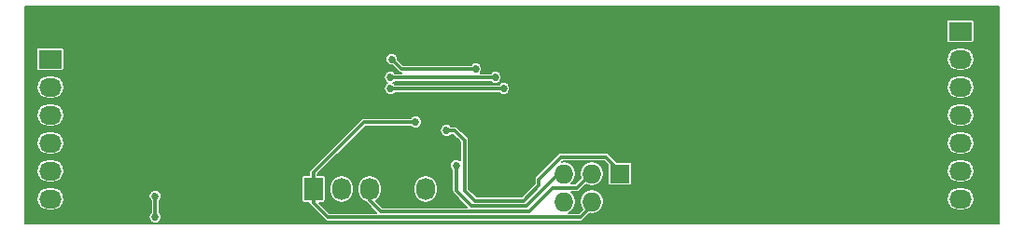
<source format=gbl>
G04 #@! TF.FileFunction,Copper,L2,Bot,Signal*
%FSLAX46Y46*%
G04 Gerber Fmt 4.6, Leading zero omitted, Abs format (unit mm)*
G04 Created by KiCad (PCBNEW no-vcs-found-product) date Fri 24 Jul 2015 19:01:22 CEST*
%MOMM*%
G01*
G04 APERTURE LIST*
%ADD10C,0.100000*%
%ADD11R,2.032000X1.727200*%
%ADD12O,2.032000X1.727200*%
%ADD13R,1.727200X1.727200*%
%ADD14O,1.727200X1.727200*%
%ADD15R,1.727200X2.032000*%
%ADD16O,1.727200X2.032000*%
%ADD17C,0.685800*%
%ADD18C,0.304800*%
%ADD19C,0.152400*%
G04 APERTURE END LIST*
D10*
D11*
X119380000Y-83820000D03*
D12*
X119380000Y-86360000D03*
X119380000Y-88900000D03*
X119380000Y-91440000D03*
X119380000Y-93980000D03*
X119380000Y-96520000D03*
D11*
X201930000Y-81280000D03*
D12*
X201930000Y-83820000D03*
X201930000Y-86360000D03*
X201930000Y-88900000D03*
X201930000Y-91440000D03*
X201930000Y-93980000D03*
X201930000Y-96520000D03*
D13*
X171069000Y-94234000D03*
D14*
X171069000Y-96774000D03*
X168529000Y-94234000D03*
X168529000Y-96774000D03*
X165989000Y-94234000D03*
X165989000Y-96774000D03*
D15*
X143256000Y-95631000D03*
D16*
X145796000Y-95631000D03*
X148336000Y-95631000D03*
X150876000Y-95631000D03*
X153416000Y-95631000D03*
D17*
X164846000Y-80899000D03*
X175768000Y-88646000D03*
X173228000Y-82042000D03*
X147447000Y-92456000D03*
X141097000Y-82042000D03*
X128905000Y-96266000D03*
X128905000Y-98171000D03*
X156210000Y-93472000D03*
X152527000Y-89535000D03*
X155321000Y-90297000D03*
X157988000Y-84709000D03*
X150368000Y-83820000D03*
X159766000Y-85471000D03*
X150241000Y-85471000D03*
X160528000Y-86487000D03*
X150241000Y-86487000D03*
D18*
X128905000Y-96266000D02*
X128905000Y-98171000D01*
X165989000Y-94234000D02*
X165481000Y-94234000D01*
X165481000Y-94234000D02*
X162560000Y-97155000D01*
X162560000Y-97155000D02*
X157607000Y-97155000D01*
X157607000Y-97155000D02*
X156210000Y-95758000D01*
X156210000Y-95758000D02*
X156210000Y-93472000D01*
X168529000Y-96774000D02*
X168529000Y-97155000D01*
X168529000Y-97155000D02*
X167513000Y-98171000D01*
X167513000Y-98171000D02*
X144526000Y-98171000D01*
X144526000Y-98171000D02*
X143256000Y-96901000D01*
X143256000Y-96901000D02*
X143256000Y-95631000D01*
X143256000Y-95631000D02*
X143256000Y-94107000D01*
X147828000Y-89535000D02*
X152527000Y-89535000D01*
X143256000Y-94107000D02*
X147828000Y-89535000D01*
X143256000Y-95631000D02*
X143256000Y-94996000D01*
X168529000Y-94234000D02*
X168402000Y-94234000D01*
X168402000Y-94234000D02*
X167132000Y-95504000D01*
X167132000Y-95504000D02*
X164973000Y-95504000D01*
X164973000Y-95504000D02*
X162814000Y-97663000D01*
X162814000Y-97663000D02*
X149352000Y-97663000D01*
X149352000Y-97663000D02*
X148336000Y-96647000D01*
X148336000Y-96647000D02*
X148336000Y-95631000D01*
X171069000Y-94234000D02*
X171069000Y-93980000D01*
X171069000Y-93980000D02*
X169799000Y-92710000D01*
X169799000Y-92710000D02*
X165735000Y-92710000D01*
X165735000Y-92710000D02*
X163703000Y-94742000D01*
X163703000Y-94742000D02*
X163703000Y-95300798D01*
X163703000Y-95300798D02*
X162306000Y-96697798D01*
X162306000Y-96697798D02*
X157911798Y-96697798D01*
X157911798Y-96697798D02*
X156972000Y-95758000D01*
X156972000Y-95758000D02*
X156972000Y-91186000D01*
X156972000Y-91186000D02*
X156083000Y-90297000D01*
X156083000Y-90297000D02*
X155321000Y-90297000D01*
X151257000Y-84709000D02*
X157988000Y-84709000D01*
X150368000Y-83820000D02*
X151257000Y-84709000D01*
X150241000Y-85471000D02*
X159766000Y-85471000D01*
X150241000Y-86487000D02*
X160528000Y-86487000D01*
D19*
G36*
X205461400Y-98781400D02*
X117118600Y-98781400D01*
X117118600Y-96520000D01*
X118111017Y-96520000D01*
X118194156Y-96937967D01*
X118430915Y-97292302D01*
X118785250Y-97529061D01*
X119203217Y-97612200D01*
X119556783Y-97612200D01*
X119974750Y-97529061D01*
X120329085Y-97292302D01*
X120565844Y-96937967D01*
X120648983Y-96520000D01*
X120620973Y-96379180D01*
X128333401Y-96379180D01*
X128420224Y-96589306D01*
X128524000Y-96693263D01*
X128524000Y-97743818D01*
X128420789Y-97846849D01*
X128333600Y-98056823D01*
X128333401Y-98284180D01*
X128420224Y-98494306D01*
X128580849Y-98655211D01*
X128790823Y-98742400D01*
X129018180Y-98742599D01*
X129228306Y-98655776D01*
X129389211Y-98495151D01*
X129476400Y-98285177D01*
X129476599Y-98057820D01*
X129389776Y-97847694D01*
X129286000Y-97743737D01*
X129286000Y-96693182D01*
X129389211Y-96590151D01*
X129476400Y-96380177D01*
X129476599Y-96152820D01*
X129389776Y-95942694D01*
X129229151Y-95781789D01*
X129019177Y-95694600D01*
X128791820Y-95694401D01*
X128581694Y-95781224D01*
X128420789Y-95941849D01*
X128333600Y-96151823D01*
X128333401Y-96379180D01*
X120620973Y-96379180D01*
X120565844Y-96102033D01*
X120329085Y-95747698D01*
X119974750Y-95510939D01*
X119556783Y-95427800D01*
X119203217Y-95427800D01*
X118785250Y-95510939D01*
X118430915Y-95747698D01*
X118194156Y-96102033D01*
X118111017Y-96520000D01*
X117118600Y-96520000D01*
X117118600Y-93980000D01*
X118111017Y-93980000D01*
X118194156Y-94397967D01*
X118430915Y-94752302D01*
X118785250Y-94989061D01*
X119203217Y-95072200D01*
X119556783Y-95072200D01*
X119974750Y-94989061D01*
X120329085Y-94752302D01*
X120420827Y-94615000D01*
X142159321Y-94615000D01*
X142159321Y-96647000D01*
X142176233Y-96734164D01*
X142226558Y-96810774D01*
X142302529Y-96862056D01*
X142392400Y-96880079D01*
X142875000Y-96880079D01*
X142875000Y-96901000D01*
X142904002Y-97046803D01*
X142986592Y-97170408D01*
X144256592Y-98440408D01*
X144380197Y-98522998D01*
X144526000Y-98552000D01*
X167513000Y-98552000D01*
X167658803Y-98522998D01*
X167782408Y-98440408D01*
X168367369Y-97855447D01*
X168529000Y-97887597D01*
X168946967Y-97804458D01*
X169301302Y-97567699D01*
X169538061Y-97213364D01*
X169621200Y-96795397D01*
X169621200Y-96752603D01*
X169574933Y-96520000D01*
X200661017Y-96520000D01*
X200744156Y-96937967D01*
X200980915Y-97292302D01*
X201335250Y-97529061D01*
X201753217Y-97612200D01*
X202106783Y-97612200D01*
X202524750Y-97529061D01*
X202879085Y-97292302D01*
X203115844Y-96937967D01*
X203198983Y-96520000D01*
X203115844Y-96102033D01*
X202879085Y-95747698D01*
X202524750Y-95510939D01*
X202106783Y-95427800D01*
X201753217Y-95427800D01*
X201335250Y-95510939D01*
X200980915Y-95747698D01*
X200744156Y-96102033D01*
X200661017Y-96520000D01*
X169574933Y-96520000D01*
X169538061Y-96334636D01*
X169301302Y-95980301D01*
X168946967Y-95743542D01*
X168529000Y-95660403D01*
X168111033Y-95743542D01*
X167756698Y-95980301D01*
X167519939Y-96334636D01*
X167436800Y-96752603D01*
X167436800Y-96795397D01*
X167519939Y-97213364D01*
X167684915Y-97460269D01*
X167355184Y-97790000D01*
X166428605Y-97790000D01*
X166761302Y-97567699D01*
X166998061Y-97213364D01*
X167081200Y-96795397D01*
X167081200Y-96752603D01*
X166998061Y-96334636D01*
X166761302Y-95980301D01*
X166618674Y-95885000D01*
X167132000Y-95885000D01*
X167277803Y-95855998D01*
X167401408Y-95773408D01*
X167990737Y-95184079D01*
X168111033Y-95264458D01*
X168529000Y-95347597D01*
X168946967Y-95264458D01*
X169301302Y-95027699D01*
X169538061Y-94673364D01*
X169621200Y-94255397D01*
X169621200Y-94212603D01*
X169538061Y-93794636D01*
X169301302Y-93440301D01*
X168946967Y-93203542D01*
X168529000Y-93120403D01*
X168111033Y-93203542D01*
X167756698Y-93440301D01*
X167519939Y-93794636D01*
X167436800Y-94212603D01*
X167436800Y-94255397D01*
X167503992Y-94593192D01*
X166974184Y-95123000D01*
X166618674Y-95123000D01*
X166761302Y-95027699D01*
X166998061Y-94673364D01*
X167081200Y-94255397D01*
X167081200Y-94212603D01*
X166998061Y-93794636D01*
X166761302Y-93440301D01*
X166406967Y-93203542D01*
X165989000Y-93120403D01*
X165832229Y-93151587D01*
X165892816Y-93091000D01*
X169641184Y-93091000D01*
X169972321Y-93422137D01*
X169972321Y-95097600D01*
X169989233Y-95184764D01*
X170039558Y-95261374D01*
X170115529Y-95312656D01*
X170205400Y-95330679D01*
X171932600Y-95330679D01*
X172019764Y-95313767D01*
X172096374Y-95263442D01*
X172147656Y-95187471D01*
X172165679Y-95097600D01*
X172165679Y-93980000D01*
X200661017Y-93980000D01*
X200744156Y-94397967D01*
X200980915Y-94752302D01*
X201335250Y-94989061D01*
X201753217Y-95072200D01*
X202106783Y-95072200D01*
X202524750Y-94989061D01*
X202879085Y-94752302D01*
X203115844Y-94397967D01*
X203198983Y-93980000D01*
X203115844Y-93562033D01*
X202879085Y-93207698D01*
X202524750Y-92970939D01*
X202106783Y-92887800D01*
X201753217Y-92887800D01*
X201335250Y-92970939D01*
X200980915Y-93207698D01*
X200744156Y-93562033D01*
X200661017Y-93980000D01*
X172165679Y-93980000D01*
X172165679Y-93370400D01*
X172148767Y-93283236D01*
X172098442Y-93206626D01*
X172022471Y-93155344D01*
X171932600Y-93137321D01*
X170765137Y-93137321D01*
X170068408Y-92440592D01*
X169944803Y-92358002D01*
X169799000Y-92329000D01*
X165735000Y-92329000D01*
X165589197Y-92358002D01*
X165465592Y-92440592D01*
X163433592Y-94472592D01*
X163351002Y-94596197D01*
X163351002Y-94596198D01*
X163322000Y-94742000D01*
X163322000Y-95142983D01*
X162148184Y-96316798D01*
X158069614Y-96316798D01*
X157353000Y-95600184D01*
X157353000Y-91440000D01*
X200661017Y-91440000D01*
X200744156Y-91857967D01*
X200980915Y-92212302D01*
X201335250Y-92449061D01*
X201753217Y-92532200D01*
X202106783Y-92532200D01*
X202524750Y-92449061D01*
X202879085Y-92212302D01*
X203115844Y-91857967D01*
X203198983Y-91440000D01*
X203115844Y-91022033D01*
X202879085Y-90667698D01*
X202524750Y-90430939D01*
X202106783Y-90347800D01*
X201753217Y-90347800D01*
X201335250Y-90430939D01*
X200980915Y-90667698D01*
X200744156Y-91022033D01*
X200661017Y-91440000D01*
X157353000Y-91440000D01*
X157353000Y-91186005D01*
X157353001Y-91186000D01*
X157323998Y-91040198D01*
X157241408Y-90916592D01*
X156352408Y-90027592D01*
X156228803Y-89945002D01*
X156083000Y-89916000D01*
X155748182Y-89916000D01*
X155645151Y-89812789D01*
X155435177Y-89725600D01*
X155207820Y-89725401D01*
X154997694Y-89812224D01*
X154836789Y-89972849D01*
X154749600Y-90182823D01*
X154749401Y-90410180D01*
X154836224Y-90620306D01*
X154996849Y-90781211D01*
X155206823Y-90868400D01*
X155434180Y-90868599D01*
X155644306Y-90781776D01*
X155748263Y-90678000D01*
X155925184Y-90678000D01*
X156591000Y-91343816D01*
X156591000Y-93044737D01*
X156534151Y-92987789D01*
X156324177Y-92900600D01*
X156096820Y-92900401D01*
X155886694Y-92987224D01*
X155725789Y-93147849D01*
X155638600Y-93357823D01*
X155638401Y-93585180D01*
X155725224Y-93795306D01*
X155829000Y-93899263D01*
X155829000Y-95758000D01*
X155858002Y-95903803D01*
X155940592Y-96027408D01*
X157195185Y-97282000D01*
X149509816Y-97282000D01*
X148928225Y-96700409D01*
X149108302Y-96580085D01*
X149345061Y-96225750D01*
X149428200Y-95807783D01*
X149428200Y-95454217D01*
X152323800Y-95454217D01*
X152323800Y-95807783D01*
X152406939Y-96225750D01*
X152643698Y-96580085D01*
X152998033Y-96816844D01*
X153416000Y-96899983D01*
X153833967Y-96816844D01*
X154188302Y-96580085D01*
X154425061Y-96225750D01*
X154508200Y-95807783D01*
X154508200Y-95454217D01*
X154425061Y-95036250D01*
X154188302Y-94681915D01*
X153833967Y-94445156D01*
X153416000Y-94362017D01*
X152998033Y-94445156D01*
X152643698Y-94681915D01*
X152406939Y-95036250D01*
X152323800Y-95454217D01*
X149428200Y-95454217D01*
X149428200Y-95454217D01*
X149345061Y-95036250D01*
X149108302Y-94681915D01*
X148753967Y-94445156D01*
X148336000Y-94362017D01*
X147918033Y-94445156D01*
X147563698Y-94681915D01*
X147326939Y-95036250D01*
X147243800Y-95454217D01*
X147243800Y-95807783D01*
X147326939Y-96225750D01*
X147563698Y-96580085D01*
X147918033Y-96816844D01*
X148012640Y-96835662D01*
X148066592Y-96916408D01*
X148940184Y-97790000D01*
X144683816Y-97790000D01*
X143773895Y-96880079D01*
X144119600Y-96880079D01*
X144206764Y-96863167D01*
X144283374Y-96812842D01*
X144334656Y-96736871D01*
X144352679Y-96647000D01*
X144352679Y-95454217D01*
X144703800Y-95454217D01*
X144703800Y-95807783D01*
X144786939Y-96225750D01*
X145023698Y-96580085D01*
X145378033Y-96816844D01*
X145796000Y-96899983D01*
X146213967Y-96816844D01*
X146568302Y-96580085D01*
X146805061Y-96225750D01*
X146888200Y-95807783D01*
X146888200Y-95454217D01*
X146805061Y-95036250D01*
X146568302Y-94681915D01*
X146213967Y-94445156D01*
X145796000Y-94362017D01*
X145378033Y-94445156D01*
X145023698Y-94681915D01*
X144786939Y-95036250D01*
X144703800Y-95454217D01*
X144352679Y-95454217D01*
X144352679Y-94615000D01*
X144335767Y-94527836D01*
X144285442Y-94451226D01*
X144209471Y-94399944D01*
X144119600Y-94381921D01*
X143637000Y-94381921D01*
X143637000Y-94264816D01*
X147985815Y-89916000D01*
X152099818Y-89916000D01*
X152202849Y-90019211D01*
X152412823Y-90106400D01*
X152640180Y-90106599D01*
X152850306Y-90019776D01*
X153011211Y-89859151D01*
X153098400Y-89649177D01*
X153098599Y-89421820D01*
X153011776Y-89211694D01*
X152851151Y-89050789D01*
X152641177Y-88963600D01*
X152413820Y-88963401D01*
X152203694Y-89050224D01*
X152099737Y-89154000D01*
X147828000Y-89154000D01*
X147682198Y-89183002D01*
X147558592Y-89265592D01*
X147558590Y-89265595D01*
X142986592Y-93837592D01*
X142904002Y-93961197D01*
X142904002Y-93961198D01*
X142875000Y-94107000D01*
X142875000Y-94381921D01*
X142392400Y-94381921D01*
X142305236Y-94398833D01*
X142228626Y-94449158D01*
X142177344Y-94525129D01*
X142159321Y-94615000D01*
X120420827Y-94615000D01*
X120565844Y-94397967D01*
X120648983Y-93980000D01*
X120565844Y-93562033D01*
X120329085Y-93207698D01*
X119974750Y-92970939D01*
X119556783Y-92887800D01*
X119203217Y-92887800D01*
X118785250Y-92970939D01*
X118430915Y-93207698D01*
X118194156Y-93562033D01*
X118111017Y-93980000D01*
X117118600Y-93980000D01*
X117118600Y-91440000D01*
X118111017Y-91440000D01*
X118194156Y-91857967D01*
X118430915Y-92212302D01*
X118785250Y-92449061D01*
X119203217Y-92532200D01*
X119556783Y-92532200D01*
X119974750Y-92449061D01*
X120329085Y-92212302D01*
X120565844Y-91857967D01*
X120648983Y-91440000D01*
X120565844Y-91022033D01*
X120329085Y-90667698D01*
X119974750Y-90430939D01*
X119556783Y-90347800D01*
X119203217Y-90347800D01*
X118785250Y-90430939D01*
X118430915Y-90667698D01*
X118194156Y-91022033D01*
X118111017Y-91440000D01*
X117118600Y-91440000D01*
X117118600Y-88900000D01*
X118111017Y-88900000D01*
X118194156Y-89317967D01*
X118430915Y-89672302D01*
X118785250Y-89909061D01*
X119203217Y-89992200D01*
X119556783Y-89992200D01*
X119974750Y-89909061D01*
X120329085Y-89672302D01*
X120565844Y-89317967D01*
X120648983Y-88900000D01*
X200661017Y-88900000D01*
X200744156Y-89317967D01*
X200980915Y-89672302D01*
X201335250Y-89909061D01*
X201753217Y-89992200D01*
X202106783Y-89992200D01*
X202524750Y-89909061D01*
X202879085Y-89672302D01*
X203115844Y-89317967D01*
X203198983Y-88900000D01*
X203115844Y-88482033D01*
X202879085Y-88127698D01*
X202524750Y-87890939D01*
X202106783Y-87807800D01*
X201753217Y-87807800D01*
X201335250Y-87890939D01*
X200980915Y-88127698D01*
X200744156Y-88482033D01*
X200661017Y-88900000D01*
X120648983Y-88900000D01*
X120648983Y-88900000D01*
X120565844Y-88482033D01*
X120329085Y-88127698D01*
X119974750Y-87890939D01*
X119556783Y-87807800D01*
X119203217Y-87807800D01*
X118785250Y-87890939D01*
X118430915Y-88127698D01*
X118194156Y-88482033D01*
X118111017Y-88900000D01*
X117118600Y-88900000D01*
X117118600Y-86360000D01*
X118111017Y-86360000D01*
X118194156Y-86777967D01*
X118430915Y-87132302D01*
X118785250Y-87369061D01*
X119203217Y-87452200D01*
X119556783Y-87452200D01*
X119974750Y-87369061D01*
X120329085Y-87132302D01*
X120565844Y-86777967D01*
X120648983Y-86360000D01*
X120565844Y-85942033D01*
X120329085Y-85587698D01*
X120323820Y-85584180D01*
X149669401Y-85584180D01*
X149756224Y-85794306D01*
X149916849Y-85955211D01*
X149974020Y-85978950D01*
X149917694Y-86002224D01*
X149756789Y-86162849D01*
X149669600Y-86372823D01*
X149669401Y-86600180D01*
X149756224Y-86810306D01*
X149916849Y-86971211D01*
X150126823Y-87058400D01*
X150354180Y-87058599D01*
X150564306Y-86971776D01*
X150668263Y-86868000D01*
X160100818Y-86868000D01*
X160203849Y-86971211D01*
X160413823Y-87058400D01*
X160641180Y-87058599D01*
X160851306Y-86971776D01*
X161012211Y-86811151D01*
X161099400Y-86601177D01*
X161099599Y-86373820D01*
X161093889Y-86360000D01*
X200661017Y-86360000D01*
X200744156Y-86777967D01*
X200980915Y-87132302D01*
X201335250Y-87369061D01*
X201753217Y-87452200D01*
X202106783Y-87452200D01*
X202524750Y-87369061D01*
X202879085Y-87132302D01*
X203115844Y-86777967D01*
X203198983Y-86360000D01*
X203115844Y-85942033D01*
X202879085Y-85587698D01*
X202524750Y-85350939D01*
X202106783Y-85267800D01*
X201753217Y-85267800D01*
X201335250Y-85350939D01*
X200980915Y-85587698D01*
X200744156Y-85942033D01*
X200661017Y-86360000D01*
X161093889Y-86360000D01*
X161012776Y-86163694D01*
X160852151Y-86002789D01*
X160642177Y-85915600D01*
X160414820Y-85915401D01*
X160204694Y-86002224D01*
X160100737Y-86106000D01*
X150668182Y-86106000D01*
X150565151Y-86002789D01*
X150507980Y-85979050D01*
X150564306Y-85955776D01*
X150668263Y-85852000D01*
X159338818Y-85852000D01*
X159441849Y-85955211D01*
X159651823Y-86042400D01*
X159879180Y-86042599D01*
X160089306Y-85955776D01*
X160250211Y-85795151D01*
X160337400Y-85585177D01*
X160337599Y-85357820D01*
X160250776Y-85147694D01*
X160090151Y-84986789D01*
X159880177Y-84899600D01*
X159652820Y-84899401D01*
X159442694Y-84986224D01*
X159338737Y-85090000D01*
X158415263Y-85090000D01*
X158472211Y-85033151D01*
X158559400Y-84823177D01*
X158559599Y-84595820D01*
X158472776Y-84385694D01*
X158312151Y-84224789D01*
X158102177Y-84137600D01*
X157874820Y-84137401D01*
X157664694Y-84224224D01*
X157560737Y-84328000D01*
X151414816Y-84328000D01*
X150939471Y-83852655D01*
X150939499Y-83820000D01*
X200661017Y-83820000D01*
X200744156Y-84237967D01*
X200980915Y-84592302D01*
X201335250Y-84829061D01*
X201753217Y-84912200D01*
X202106783Y-84912200D01*
X202524750Y-84829061D01*
X202879085Y-84592302D01*
X203115844Y-84237967D01*
X203198983Y-83820000D01*
X203115844Y-83402033D01*
X202879085Y-83047698D01*
X202524750Y-82810939D01*
X202106783Y-82727800D01*
X201753217Y-82727800D01*
X201335250Y-82810939D01*
X200980915Y-83047698D01*
X200744156Y-83402033D01*
X200661017Y-83820000D01*
X150939499Y-83820000D01*
X150939599Y-83706820D01*
X150852776Y-83496694D01*
X150692151Y-83335789D01*
X150482177Y-83248600D01*
X150254820Y-83248401D01*
X150044694Y-83335224D01*
X149883789Y-83495849D01*
X149796600Y-83705823D01*
X149796401Y-83933180D01*
X149883224Y-84143306D01*
X150043849Y-84304211D01*
X150253823Y-84391400D01*
X150400713Y-84391529D01*
X150987592Y-84978408D01*
X151111198Y-85060998D01*
X151256995Y-85090000D01*
X150668182Y-85090000D01*
X150565151Y-84986789D01*
X150355177Y-84899600D01*
X150127820Y-84899401D01*
X149917694Y-84986224D01*
X149756789Y-85146849D01*
X149669600Y-85356823D01*
X149669401Y-85584180D01*
X120323820Y-85584180D01*
X119974750Y-85350939D01*
X119556783Y-85267800D01*
X119203217Y-85267800D01*
X118785250Y-85350939D01*
X118430915Y-85587698D01*
X118194156Y-85942033D01*
X118111017Y-86360000D01*
X117118600Y-86360000D01*
X117118600Y-82956400D01*
X118130921Y-82956400D01*
X118130921Y-84683600D01*
X118147833Y-84770764D01*
X118198158Y-84847374D01*
X118274129Y-84898656D01*
X118364000Y-84916679D01*
X120396000Y-84916679D01*
X120483164Y-84899767D01*
X120559774Y-84849442D01*
X120611056Y-84773471D01*
X120629079Y-84683600D01*
X120629079Y-82956400D01*
X120612167Y-82869236D01*
X120561842Y-82792626D01*
X120485871Y-82741344D01*
X120396000Y-82723321D01*
X118364000Y-82723321D01*
X118276836Y-82740233D01*
X118200226Y-82790558D01*
X118148944Y-82866529D01*
X118130921Y-82956400D01*
X117118600Y-82956400D01*
X117118600Y-80416400D01*
X200680921Y-80416400D01*
X200680921Y-82143600D01*
X200697833Y-82230764D01*
X200748158Y-82307374D01*
X200824129Y-82358656D01*
X200914000Y-82376679D01*
X202946000Y-82376679D01*
X203033164Y-82359767D01*
X203109774Y-82309442D01*
X203161056Y-82233471D01*
X203179079Y-82143600D01*
X203179079Y-80416400D01*
X203162167Y-80329236D01*
X203111842Y-80252626D01*
X203035871Y-80201344D01*
X202946000Y-80183321D01*
X200914000Y-80183321D01*
X200826836Y-80200233D01*
X200750226Y-80250558D01*
X200698944Y-80326529D01*
X200680921Y-80416400D01*
X117118600Y-80416400D01*
X117118600Y-79018600D01*
X205461400Y-79018600D01*
X205461400Y-98781400D01*
X205461400Y-98781400D01*
G37*
X205461400Y-98781400D02*
X117118600Y-98781400D01*
X117118600Y-96520000D01*
X118111017Y-96520000D01*
X118194156Y-96937967D01*
X118430915Y-97292302D01*
X118785250Y-97529061D01*
X119203217Y-97612200D01*
X119556783Y-97612200D01*
X119974750Y-97529061D01*
X120329085Y-97292302D01*
X120565844Y-96937967D01*
X120648983Y-96520000D01*
X120620973Y-96379180D01*
X128333401Y-96379180D01*
X128420224Y-96589306D01*
X128524000Y-96693263D01*
X128524000Y-97743818D01*
X128420789Y-97846849D01*
X128333600Y-98056823D01*
X128333401Y-98284180D01*
X128420224Y-98494306D01*
X128580849Y-98655211D01*
X128790823Y-98742400D01*
X129018180Y-98742599D01*
X129228306Y-98655776D01*
X129389211Y-98495151D01*
X129476400Y-98285177D01*
X129476599Y-98057820D01*
X129389776Y-97847694D01*
X129286000Y-97743737D01*
X129286000Y-96693182D01*
X129389211Y-96590151D01*
X129476400Y-96380177D01*
X129476599Y-96152820D01*
X129389776Y-95942694D01*
X129229151Y-95781789D01*
X129019177Y-95694600D01*
X128791820Y-95694401D01*
X128581694Y-95781224D01*
X128420789Y-95941849D01*
X128333600Y-96151823D01*
X128333401Y-96379180D01*
X120620973Y-96379180D01*
X120565844Y-96102033D01*
X120329085Y-95747698D01*
X119974750Y-95510939D01*
X119556783Y-95427800D01*
X119203217Y-95427800D01*
X118785250Y-95510939D01*
X118430915Y-95747698D01*
X118194156Y-96102033D01*
X118111017Y-96520000D01*
X117118600Y-96520000D01*
X117118600Y-93980000D01*
X118111017Y-93980000D01*
X118194156Y-94397967D01*
X118430915Y-94752302D01*
X118785250Y-94989061D01*
X119203217Y-95072200D01*
X119556783Y-95072200D01*
X119974750Y-94989061D01*
X120329085Y-94752302D01*
X120420827Y-94615000D01*
X142159321Y-94615000D01*
X142159321Y-96647000D01*
X142176233Y-96734164D01*
X142226558Y-96810774D01*
X142302529Y-96862056D01*
X142392400Y-96880079D01*
X142875000Y-96880079D01*
X142875000Y-96901000D01*
X142904002Y-97046803D01*
X142986592Y-97170408D01*
X144256592Y-98440408D01*
X144380197Y-98522998D01*
X144526000Y-98552000D01*
X167513000Y-98552000D01*
X167658803Y-98522998D01*
X167782408Y-98440408D01*
X168367369Y-97855447D01*
X168529000Y-97887597D01*
X168946967Y-97804458D01*
X169301302Y-97567699D01*
X169538061Y-97213364D01*
X169621200Y-96795397D01*
X169621200Y-96752603D01*
X169574933Y-96520000D01*
X200661017Y-96520000D01*
X200744156Y-96937967D01*
X200980915Y-97292302D01*
X201335250Y-97529061D01*
X201753217Y-97612200D01*
X202106783Y-97612200D01*
X202524750Y-97529061D01*
X202879085Y-97292302D01*
X203115844Y-96937967D01*
X203198983Y-96520000D01*
X203115844Y-96102033D01*
X202879085Y-95747698D01*
X202524750Y-95510939D01*
X202106783Y-95427800D01*
X201753217Y-95427800D01*
X201335250Y-95510939D01*
X200980915Y-95747698D01*
X200744156Y-96102033D01*
X200661017Y-96520000D01*
X169574933Y-96520000D01*
X169538061Y-96334636D01*
X169301302Y-95980301D01*
X168946967Y-95743542D01*
X168529000Y-95660403D01*
X168111033Y-95743542D01*
X167756698Y-95980301D01*
X167519939Y-96334636D01*
X167436800Y-96752603D01*
X167436800Y-96795397D01*
X167519939Y-97213364D01*
X167684915Y-97460269D01*
X167355184Y-97790000D01*
X166428605Y-97790000D01*
X166761302Y-97567699D01*
X166998061Y-97213364D01*
X167081200Y-96795397D01*
X167081200Y-96752603D01*
X166998061Y-96334636D01*
X166761302Y-95980301D01*
X166618674Y-95885000D01*
X167132000Y-95885000D01*
X167277803Y-95855998D01*
X167401408Y-95773408D01*
X167990737Y-95184079D01*
X168111033Y-95264458D01*
X168529000Y-95347597D01*
X168946967Y-95264458D01*
X169301302Y-95027699D01*
X169538061Y-94673364D01*
X169621200Y-94255397D01*
X169621200Y-94212603D01*
X169538061Y-93794636D01*
X169301302Y-93440301D01*
X168946967Y-93203542D01*
X168529000Y-93120403D01*
X168111033Y-93203542D01*
X167756698Y-93440301D01*
X167519939Y-93794636D01*
X167436800Y-94212603D01*
X167436800Y-94255397D01*
X167503992Y-94593192D01*
X166974184Y-95123000D01*
X166618674Y-95123000D01*
X166761302Y-95027699D01*
X166998061Y-94673364D01*
X167081200Y-94255397D01*
X167081200Y-94212603D01*
X166998061Y-93794636D01*
X166761302Y-93440301D01*
X166406967Y-93203542D01*
X165989000Y-93120403D01*
X165832229Y-93151587D01*
X165892816Y-93091000D01*
X169641184Y-93091000D01*
X169972321Y-93422137D01*
X169972321Y-95097600D01*
X169989233Y-95184764D01*
X170039558Y-95261374D01*
X170115529Y-95312656D01*
X170205400Y-95330679D01*
X171932600Y-95330679D01*
X172019764Y-95313767D01*
X172096374Y-95263442D01*
X172147656Y-95187471D01*
X172165679Y-95097600D01*
X172165679Y-93980000D01*
X200661017Y-93980000D01*
X200744156Y-94397967D01*
X200980915Y-94752302D01*
X201335250Y-94989061D01*
X201753217Y-95072200D01*
X202106783Y-95072200D01*
X202524750Y-94989061D01*
X202879085Y-94752302D01*
X203115844Y-94397967D01*
X203198983Y-93980000D01*
X203115844Y-93562033D01*
X202879085Y-93207698D01*
X202524750Y-92970939D01*
X202106783Y-92887800D01*
X201753217Y-92887800D01*
X201335250Y-92970939D01*
X200980915Y-93207698D01*
X200744156Y-93562033D01*
X200661017Y-93980000D01*
X172165679Y-93980000D01*
X172165679Y-93370400D01*
X172148767Y-93283236D01*
X172098442Y-93206626D01*
X172022471Y-93155344D01*
X171932600Y-93137321D01*
X170765137Y-93137321D01*
X170068408Y-92440592D01*
X169944803Y-92358002D01*
X169799000Y-92329000D01*
X165735000Y-92329000D01*
X165589197Y-92358002D01*
X165465592Y-92440592D01*
X163433592Y-94472592D01*
X163351002Y-94596197D01*
X163351002Y-94596198D01*
X163322000Y-94742000D01*
X163322000Y-95142983D01*
X162148184Y-96316798D01*
X158069614Y-96316798D01*
X157353000Y-95600184D01*
X157353000Y-91440000D01*
X200661017Y-91440000D01*
X200744156Y-91857967D01*
X200980915Y-92212302D01*
X201335250Y-92449061D01*
X201753217Y-92532200D01*
X202106783Y-92532200D01*
X202524750Y-92449061D01*
X202879085Y-92212302D01*
X203115844Y-91857967D01*
X203198983Y-91440000D01*
X203115844Y-91022033D01*
X202879085Y-90667698D01*
X202524750Y-90430939D01*
X202106783Y-90347800D01*
X201753217Y-90347800D01*
X201335250Y-90430939D01*
X200980915Y-90667698D01*
X200744156Y-91022033D01*
X200661017Y-91440000D01*
X157353000Y-91440000D01*
X157353000Y-91186005D01*
X157353001Y-91186000D01*
X157323998Y-91040198D01*
X157241408Y-90916592D01*
X156352408Y-90027592D01*
X156228803Y-89945002D01*
X156083000Y-89916000D01*
X155748182Y-89916000D01*
X155645151Y-89812789D01*
X155435177Y-89725600D01*
X155207820Y-89725401D01*
X154997694Y-89812224D01*
X154836789Y-89972849D01*
X154749600Y-90182823D01*
X154749401Y-90410180D01*
X154836224Y-90620306D01*
X154996849Y-90781211D01*
X155206823Y-90868400D01*
X155434180Y-90868599D01*
X155644306Y-90781776D01*
X155748263Y-90678000D01*
X155925184Y-90678000D01*
X156591000Y-91343816D01*
X156591000Y-93044737D01*
X156534151Y-92987789D01*
X156324177Y-92900600D01*
X156096820Y-92900401D01*
X155886694Y-92987224D01*
X155725789Y-93147849D01*
X155638600Y-93357823D01*
X155638401Y-93585180D01*
X155725224Y-93795306D01*
X155829000Y-93899263D01*
X155829000Y-95758000D01*
X155858002Y-95903803D01*
X155940592Y-96027408D01*
X157195185Y-97282000D01*
X149509816Y-97282000D01*
X148928225Y-96700409D01*
X149108302Y-96580085D01*
X149345061Y-96225750D01*
X149428200Y-95807783D01*
X149428200Y-95454217D01*
X152323800Y-95454217D01*
X152323800Y-95807783D01*
X152406939Y-96225750D01*
X152643698Y-96580085D01*
X152998033Y-96816844D01*
X153416000Y-96899983D01*
X153833967Y-96816844D01*
X154188302Y-96580085D01*
X154425061Y-96225750D01*
X154508200Y-95807783D01*
X154508200Y-95454217D01*
X154425061Y-95036250D01*
X154188302Y-94681915D01*
X153833967Y-94445156D01*
X153416000Y-94362017D01*
X152998033Y-94445156D01*
X152643698Y-94681915D01*
X152406939Y-95036250D01*
X152323800Y-95454217D01*
X149428200Y-95454217D01*
X149428200Y-95454217D01*
X149345061Y-95036250D01*
X149108302Y-94681915D01*
X148753967Y-94445156D01*
X148336000Y-94362017D01*
X147918033Y-94445156D01*
X147563698Y-94681915D01*
X147326939Y-95036250D01*
X147243800Y-95454217D01*
X147243800Y-95807783D01*
X147326939Y-96225750D01*
X147563698Y-96580085D01*
X147918033Y-96816844D01*
X148012640Y-96835662D01*
X148066592Y-96916408D01*
X148940184Y-97790000D01*
X144683816Y-97790000D01*
X143773895Y-96880079D01*
X144119600Y-96880079D01*
X144206764Y-96863167D01*
X144283374Y-96812842D01*
X144334656Y-96736871D01*
X144352679Y-96647000D01*
X144352679Y-95454217D01*
X144703800Y-95454217D01*
X144703800Y-95807783D01*
X144786939Y-96225750D01*
X145023698Y-96580085D01*
X145378033Y-96816844D01*
X145796000Y-96899983D01*
X146213967Y-96816844D01*
X146568302Y-96580085D01*
X146805061Y-96225750D01*
X146888200Y-95807783D01*
X146888200Y-95454217D01*
X146805061Y-95036250D01*
X146568302Y-94681915D01*
X146213967Y-94445156D01*
X145796000Y-94362017D01*
X145378033Y-94445156D01*
X145023698Y-94681915D01*
X144786939Y-95036250D01*
X144703800Y-95454217D01*
X144352679Y-95454217D01*
X144352679Y-94615000D01*
X144335767Y-94527836D01*
X144285442Y-94451226D01*
X144209471Y-94399944D01*
X144119600Y-94381921D01*
X143637000Y-94381921D01*
X143637000Y-94264816D01*
X147985815Y-89916000D01*
X152099818Y-89916000D01*
X152202849Y-90019211D01*
X152412823Y-90106400D01*
X152640180Y-90106599D01*
X152850306Y-90019776D01*
X153011211Y-89859151D01*
X153098400Y-89649177D01*
X153098599Y-89421820D01*
X153011776Y-89211694D01*
X152851151Y-89050789D01*
X152641177Y-88963600D01*
X152413820Y-88963401D01*
X152203694Y-89050224D01*
X152099737Y-89154000D01*
X147828000Y-89154000D01*
X147682198Y-89183002D01*
X147558592Y-89265592D01*
X147558590Y-89265595D01*
X142986592Y-93837592D01*
X142904002Y-93961197D01*
X142904002Y-93961198D01*
X142875000Y-94107000D01*
X142875000Y-94381921D01*
X142392400Y-94381921D01*
X142305236Y-94398833D01*
X142228626Y-94449158D01*
X142177344Y-94525129D01*
X142159321Y-94615000D01*
X120420827Y-94615000D01*
X120565844Y-94397967D01*
X120648983Y-93980000D01*
X120565844Y-93562033D01*
X120329085Y-93207698D01*
X119974750Y-92970939D01*
X119556783Y-92887800D01*
X119203217Y-92887800D01*
X118785250Y-92970939D01*
X118430915Y-93207698D01*
X118194156Y-93562033D01*
X118111017Y-93980000D01*
X117118600Y-93980000D01*
X117118600Y-91440000D01*
X118111017Y-91440000D01*
X118194156Y-91857967D01*
X118430915Y-92212302D01*
X118785250Y-92449061D01*
X119203217Y-92532200D01*
X119556783Y-92532200D01*
X119974750Y-92449061D01*
X120329085Y-92212302D01*
X120565844Y-91857967D01*
X120648983Y-91440000D01*
X120565844Y-91022033D01*
X120329085Y-90667698D01*
X119974750Y-90430939D01*
X119556783Y-90347800D01*
X119203217Y-90347800D01*
X118785250Y-90430939D01*
X118430915Y-90667698D01*
X118194156Y-91022033D01*
X118111017Y-91440000D01*
X117118600Y-91440000D01*
X117118600Y-88900000D01*
X118111017Y-88900000D01*
X118194156Y-89317967D01*
X118430915Y-89672302D01*
X118785250Y-89909061D01*
X119203217Y-89992200D01*
X119556783Y-89992200D01*
X119974750Y-89909061D01*
X120329085Y-89672302D01*
X120565844Y-89317967D01*
X120648983Y-88900000D01*
X200661017Y-88900000D01*
X200744156Y-89317967D01*
X200980915Y-89672302D01*
X201335250Y-89909061D01*
X201753217Y-89992200D01*
X202106783Y-89992200D01*
X202524750Y-89909061D01*
X202879085Y-89672302D01*
X203115844Y-89317967D01*
X203198983Y-88900000D01*
X203115844Y-88482033D01*
X202879085Y-88127698D01*
X202524750Y-87890939D01*
X202106783Y-87807800D01*
X201753217Y-87807800D01*
X201335250Y-87890939D01*
X200980915Y-88127698D01*
X200744156Y-88482033D01*
X200661017Y-88900000D01*
X120648983Y-88900000D01*
X120648983Y-88900000D01*
X120565844Y-88482033D01*
X120329085Y-88127698D01*
X119974750Y-87890939D01*
X119556783Y-87807800D01*
X119203217Y-87807800D01*
X118785250Y-87890939D01*
X118430915Y-88127698D01*
X118194156Y-88482033D01*
X118111017Y-88900000D01*
X117118600Y-88900000D01*
X117118600Y-86360000D01*
X118111017Y-86360000D01*
X118194156Y-86777967D01*
X118430915Y-87132302D01*
X118785250Y-87369061D01*
X119203217Y-87452200D01*
X119556783Y-87452200D01*
X119974750Y-87369061D01*
X120329085Y-87132302D01*
X120565844Y-86777967D01*
X120648983Y-86360000D01*
X120565844Y-85942033D01*
X120329085Y-85587698D01*
X120323820Y-85584180D01*
X149669401Y-85584180D01*
X149756224Y-85794306D01*
X149916849Y-85955211D01*
X149974020Y-85978950D01*
X149917694Y-86002224D01*
X149756789Y-86162849D01*
X149669600Y-86372823D01*
X149669401Y-86600180D01*
X149756224Y-86810306D01*
X149916849Y-86971211D01*
X150126823Y-87058400D01*
X150354180Y-87058599D01*
X150564306Y-86971776D01*
X150668263Y-86868000D01*
X160100818Y-86868000D01*
X160203849Y-86971211D01*
X160413823Y-87058400D01*
X160641180Y-87058599D01*
X160851306Y-86971776D01*
X161012211Y-86811151D01*
X161099400Y-86601177D01*
X161099599Y-86373820D01*
X161093889Y-86360000D01*
X200661017Y-86360000D01*
X200744156Y-86777967D01*
X200980915Y-87132302D01*
X201335250Y-87369061D01*
X201753217Y-87452200D01*
X202106783Y-87452200D01*
X202524750Y-87369061D01*
X202879085Y-87132302D01*
X203115844Y-86777967D01*
X203198983Y-86360000D01*
X203115844Y-85942033D01*
X202879085Y-85587698D01*
X202524750Y-85350939D01*
X202106783Y-85267800D01*
X201753217Y-85267800D01*
X201335250Y-85350939D01*
X200980915Y-85587698D01*
X200744156Y-85942033D01*
X200661017Y-86360000D01*
X161093889Y-86360000D01*
X161012776Y-86163694D01*
X160852151Y-86002789D01*
X160642177Y-85915600D01*
X160414820Y-85915401D01*
X160204694Y-86002224D01*
X160100737Y-86106000D01*
X150668182Y-86106000D01*
X150565151Y-86002789D01*
X150507980Y-85979050D01*
X150564306Y-85955776D01*
X150668263Y-85852000D01*
X159338818Y-85852000D01*
X159441849Y-85955211D01*
X159651823Y-86042400D01*
X159879180Y-86042599D01*
X160089306Y-85955776D01*
X160250211Y-85795151D01*
X160337400Y-85585177D01*
X160337599Y-85357820D01*
X160250776Y-85147694D01*
X160090151Y-84986789D01*
X159880177Y-84899600D01*
X159652820Y-84899401D01*
X159442694Y-84986224D01*
X159338737Y-85090000D01*
X158415263Y-85090000D01*
X158472211Y-85033151D01*
X158559400Y-84823177D01*
X158559599Y-84595820D01*
X158472776Y-84385694D01*
X158312151Y-84224789D01*
X158102177Y-84137600D01*
X157874820Y-84137401D01*
X157664694Y-84224224D01*
X157560737Y-84328000D01*
X151414816Y-84328000D01*
X150939471Y-83852655D01*
X150939499Y-83820000D01*
X200661017Y-83820000D01*
X200744156Y-84237967D01*
X200980915Y-84592302D01*
X201335250Y-84829061D01*
X201753217Y-84912200D01*
X202106783Y-84912200D01*
X202524750Y-84829061D01*
X202879085Y-84592302D01*
X203115844Y-84237967D01*
X203198983Y-83820000D01*
X203115844Y-83402033D01*
X202879085Y-83047698D01*
X202524750Y-82810939D01*
X202106783Y-82727800D01*
X201753217Y-82727800D01*
X201335250Y-82810939D01*
X200980915Y-83047698D01*
X200744156Y-83402033D01*
X200661017Y-83820000D01*
X150939499Y-83820000D01*
X150939599Y-83706820D01*
X150852776Y-83496694D01*
X150692151Y-83335789D01*
X150482177Y-83248600D01*
X150254820Y-83248401D01*
X150044694Y-83335224D01*
X149883789Y-83495849D01*
X149796600Y-83705823D01*
X149796401Y-83933180D01*
X149883224Y-84143306D01*
X150043849Y-84304211D01*
X150253823Y-84391400D01*
X150400713Y-84391529D01*
X150987592Y-84978408D01*
X151111198Y-85060998D01*
X151256995Y-85090000D01*
X150668182Y-85090000D01*
X150565151Y-84986789D01*
X150355177Y-84899600D01*
X150127820Y-84899401D01*
X149917694Y-84986224D01*
X149756789Y-85146849D01*
X149669600Y-85356823D01*
X149669401Y-85584180D01*
X120323820Y-85584180D01*
X119974750Y-85350939D01*
X119556783Y-85267800D01*
X119203217Y-85267800D01*
X118785250Y-85350939D01*
X118430915Y-85587698D01*
X118194156Y-85942033D01*
X118111017Y-86360000D01*
X117118600Y-86360000D01*
X117118600Y-82956400D01*
X118130921Y-82956400D01*
X118130921Y-84683600D01*
X118147833Y-84770764D01*
X118198158Y-84847374D01*
X118274129Y-84898656D01*
X118364000Y-84916679D01*
X120396000Y-84916679D01*
X120483164Y-84899767D01*
X120559774Y-84849442D01*
X120611056Y-84773471D01*
X120629079Y-84683600D01*
X120629079Y-82956400D01*
X120612167Y-82869236D01*
X120561842Y-82792626D01*
X120485871Y-82741344D01*
X120396000Y-82723321D01*
X118364000Y-82723321D01*
X118276836Y-82740233D01*
X118200226Y-82790558D01*
X118148944Y-82866529D01*
X118130921Y-82956400D01*
X117118600Y-82956400D01*
X117118600Y-80416400D01*
X200680921Y-80416400D01*
X200680921Y-82143600D01*
X200697833Y-82230764D01*
X200748158Y-82307374D01*
X200824129Y-82358656D01*
X200914000Y-82376679D01*
X202946000Y-82376679D01*
X203033164Y-82359767D01*
X203109774Y-82309442D01*
X203161056Y-82233471D01*
X203179079Y-82143600D01*
X203179079Y-80416400D01*
X203162167Y-80329236D01*
X203111842Y-80252626D01*
X203035871Y-80201344D01*
X202946000Y-80183321D01*
X200914000Y-80183321D01*
X200826836Y-80200233D01*
X200750226Y-80250558D01*
X200698944Y-80326529D01*
X200680921Y-80416400D01*
X117118600Y-80416400D01*
X117118600Y-79018600D01*
X205461400Y-79018600D01*
X205461400Y-98781400D01*
M02*

</source>
